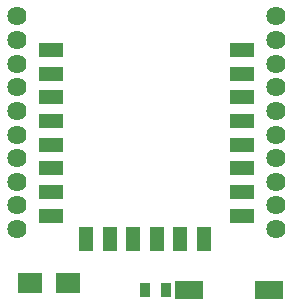
<source format=gts>
G75*
%MOIN*%
%OFA0B0*%
%FSLAX25Y25*%
%IPPOS*%
%LPD*%
%AMOC8*
5,1,8,0,0,1.08239X$1,22.5*
%
%ADD10R,0.07880X0.06699*%
%ADD11R,0.08274X0.05124*%
%ADD12R,0.05124X0.08274*%
%ADD13R,0.03550X0.05124*%
%ADD14R,0.09455X0.06306*%
%ADD15C,0.06400*%
D10*
X0010632Y0016006D03*
X0023624Y0016006D03*
D11*
X0017628Y0038380D03*
X0017628Y0046254D03*
X0017628Y0054128D03*
X0017628Y0062002D03*
X0017628Y0069876D03*
X0017628Y0077750D03*
X0017628Y0085624D03*
X0017628Y0093498D03*
X0081408Y0093498D03*
X0081408Y0085624D03*
X0081408Y0077750D03*
X0081408Y0069876D03*
X0081408Y0062002D03*
X0081408Y0054128D03*
X0081408Y0046254D03*
X0081408Y0038380D03*
D12*
X0068809Y0030506D03*
X0060935Y0030506D03*
X0053061Y0030506D03*
X0045187Y0030506D03*
X0037313Y0030506D03*
X0029439Y0030506D03*
D13*
X0049085Y0013506D03*
X0056172Y0013506D03*
D14*
X0063939Y0013506D03*
X0090317Y0013506D03*
D15*
X0092935Y0033880D03*
X0092935Y0041754D03*
X0092935Y0049628D03*
X0092935Y0057502D03*
X0092935Y0065376D03*
X0092935Y0073250D03*
X0092935Y0081124D03*
X0092935Y0088998D03*
X0092935Y0096872D03*
X0092935Y0104746D03*
X0006321Y0104746D03*
X0006321Y0096872D03*
X0006321Y0088998D03*
X0006321Y0081124D03*
X0006321Y0073250D03*
X0006321Y0065376D03*
X0006321Y0057502D03*
X0006321Y0049628D03*
X0006321Y0041754D03*
X0006321Y0033880D03*
M02*

</source>
